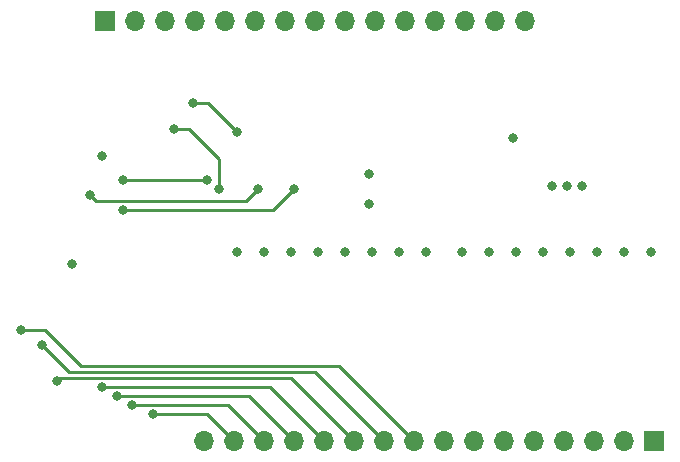
<source format=gbr>
%TF.GenerationSoftware,KiCad,Pcbnew,(6.0.0-0)*%
%TF.CreationDate,2022-08-18T21:47:30-04:00*%
%TF.ProjectId,CPU-Microcode-EEPROMs,4350552d-4d69-4637-926f-636f64652d45,rev?*%
%TF.SameCoordinates,Original*%
%TF.FileFunction,Copper,L4,Bot*%
%TF.FilePolarity,Positive*%
%FSLAX46Y46*%
G04 Gerber Fmt 4.6, Leading zero omitted, Abs format (unit mm)*
G04 Created by KiCad (PCBNEW (6.0.0-0)) date 2022-08-18 21:47:30*
%MOMM*%
%LPD*%
G01*
G04 APERTURE LIST*
%TA.AperFunction,ComponentPad*%
%ADD10R,1.700000X1.700000*%
%TD*%
%TA.AperFunction,ComponentPad*%
%ADD11O,1.700000X1.700000*%
%TD*%
%TA.AperFunction,ViaPad*%
%ADD12C,0.800000*%
%TD*%
%TA.AperFunction,Conductor*%
%ADD13C,0.250000*%
%TD*%
G04 APERTURE END LIST*
D10*
%TO.P,J2,1,Pin_1*%
%TO.N,~{DECODE_CONTROL_0}*%
X115570000Y-112776000D03*
D11*
%TO.P,J2,2,Pin_2*%
%TO.N,~{DECODE_CONTROL_1}*%
X113030000Y-112776000D03*
%TO.P,J2,3,Pin_3*%
%TO.N,~{DECODE_CONTROL_2}*%
X110490000Y-112776000D03*
%TO.P,J2,4,Pin_4*%
%TO.N,~{DECODE_CONTROL_3}*%
X107950000Y-112776000D03*
%TO.P,J2,5,Pin_5*%
%TO.N,~{DECODE_CONTROL_4}*%
X105410000Y-112776000D03*
%TO.P,J2,6,Pin_6*%
%TO.N,~{DECODE_CONTROL_5}*%
X102870000Y-112776000D03*
%TO.P,J2,7,Pin_7*%
%TO.N,~{DECODE_CONTROL_6}*%
X100330000Y-112776000D03*
%TO.P,J2,8,Pin_8*%
%TO.N,~{DECODE_CONTROL_7}*%
X97790000Y-112776000D03*
%TO.P,J2,9,Pin_9*%
%TO.N,\u03BC0*%
X95250000Y-112776000D03*
%TO.P,J2,10,Pin_10*%
%TO.N,\u03BC1*%
X92710000Y-112776000D03*
%TO.P,J2,11,Pin_11*%
%TO.N,\u03BC2*%
X90170000Y-112776000D03*
%TO.P,J2,12,Pin_12*%
%TO.N,\u03BC3*%
X87630000Y-112776000D03*
%TO.P,J2,13,Pin_13*%
%TO.N,\u03BC4*%
X85090000Y-112776000D03*
%TO.P,J2,14,Pin_14*%
%TO.N,\u03BC5*%
X82550000Y-112776000D03*
%TO.P,J2,15,Pin_15*%
%TO.N,\u03BC6*%
X80010000Y-112776000D03*
%TO.P,J2,16,Pin_16*%
%TO.N,\u03BC7*%
X77470000Y-112776000D03*
%TD*%
D10*
%TO.P,J1,1,Pin_1*%
%TO.N,VCC*%
X69088000Y-77216000D03*
D11*
%TO.P,J1,2,Pin_2*%
%TO.N,GND*%
X71628000Y-77216000D03*
%TO.P,J1,3,Pin_3*%
%TO.N,STEP0*%
X74168000Y-77216000D03*
%TO.P,J1,4,Pin_4*%
%TO.N,STEP1*%
X76708000Y-77216000D03*
%TO.P,J1,5,Pin_5*%
%TO.N,STEP2*%
X79248000Y-77216000D03*
%TO.P,J1,6,Pin_6*%
%TO.N,STEP3*%
X81788000Y-77216000D03*
%TO.P,J1,7,Pin_7*%
%TO.N,STEP4*%
X84328000Y-77216000D03*
%TO.P,J1,8,Pin_8*%
%TO.N,INSTRUCTION0*%
X86868000Y-77216000D03*
%TO.P,J1,9,Pin_9*%
%TO.N,INSTRUCTION1*%
X89408000Y-77216000D03*
%TO.P,J1,10,Pin_10*%
%TO.N,INSTRUCTION2*%
X91948000Y-77216000D03*
%TO.P,J1,11,Pin_11*%
%TO.N,INSTRUCTION3*%
X94488000Y-77216000D03*
%TO.P,J1,12,Pin_12*%
%TO.N,INSTRUCTION4*%
X97028000Y-77216000D03*
%TO.P,J1,13,Pin_13*%
%TO.N,INSTRUCTION5*%
X99568000Y-77216000D03*
%TO.P,J1,14,Pin_14*%
%TO.N,INSTRUCTION6*%
X102108000Y-77216000D03*
%TO.P,J1,15,Pin_15*%
%TO.N,INSTRUCTION7*%
X104648000Y-77216000D03*
%TD*%
D12*
%TO.N,GND*%
X109474000Y-91186000D03*
X106934000Y-91186000D03*
%TO.N,VCC*%
X108204000Y-91186000D03*
X103632000Y-87122000D03*
%TO.N,GND*%
X115311701Y-96778299D03*
X110744000Y-96774007D03*
X101600000Y-96774000D03*
X87122000Y-96774000D03*
X80264000Y-96774000D03*
X99314000Y-96774000D03*
X91440000Y-92710000D03*
X108458000Y-96774000D03*
X82550000Y-96774000D03*
X66294000Y-97790000D03*
X103886000Y-96774000D03*
X91694000Y-96774000D03*
X84836000Y-96774000D03*
X93980000Y-96774000D03*
X96266000Y-96774000D03*
X89408000Y-96774000D03*
X106172000Y-96774000D03*
X113030000Y-96774000D03*
%TO.N,VCC*%
X68834000Y-88646000D03*
X91440000Y-90170000D03*
%TO.N,~{OE}*%
X85090000Y-91440000D03*
X70612000Y-93218000D03*
%TO.N,A13*%
X74930000Y-86360000D03*
X78740000Y-91440000D03*
%TO.N,A14*%
X82042000Y-91440000D03*
X67818000Y-91948000D03*
%TO.N,INSTRUCTION7*%
X80264000Y-86614000D03*
X76517666Y-84135073D03*
%TO.N,INSTRUCTION6*%
X70612000Y-90678000D03*
X77724000Y-90678000D03*
%TO.N,\u03BC5*%
X71374000Y-109728000D03*
%TO.N,\u03BC4*%
X70104000Y-108966000D03*
%TO.N,\u03BC6*%
X73152000Y-110490000D03*
%TO.N,\u03BC0*%
X61976000Y-103378000D03*
%TO.N,\u03BC1*%
X63754000Y-104648000D03*
%TO.N,\u03BC2*%
X65024000Y-107696000D03*
%TO.N,\u03BC3*%
X68834000Y-108204000D03*
%TD*%
D13*
%TO.N,INSTRUCTION7*%
X77785073Y-84135073D02*
X76517666Y-84135073D01*
X80264000Y-86614000D02*
X77785073Y-84135073D01*
%TO.N,~{OE}*%
X70612000Y-93218000D02*
X83312000Y-93218000D01*
X83312000Y-93218000D02*
X85090000Y-91440000D01*
%TO.N,A13*%
X78740000Y-88900000D02*
X78740000Y-91440000D01*
X78486000Y-88646000D02*
X78740000Y-88900000D01*
X74930000Y-86360000D02*
X76200000Y-86360000D01*
X76200000Y-86360000D02*
X78486000Y-88646000D01*
%TO.N,A14*%
X68326000Y-92456000D02*
X81026000Y-92456000D01*
X67818000Y-91948000D02*
X68326000Y-92456000D01*
X81026000Y-92456000D02*
X82042000Y-91440000D01*
%TO.N,INSTRUCTION6*%
X77724000Y-90678000D02*
X70612000Y-90678000D01*
%TO.N,\u03BC5*%
X79502000Y-109728000D02*
X82550000Y-112776000D01*
X71374000Y-109728000D02*
X79502000Y-109728000D01*
%TO.N,\u03BC4*%
X70104000Y-108966000D02*
X81280000Y-108966000D01*
X81280000Y-108966000D02*
X85090000Y-112776000D01*
%TO.N,\u03BC6*%
X77724000Y-110490000D02*
X80010000Y-112776000D01*
X73152000Y-110490000D02*
X77724000Y-110490000D01*
%TO.N,\u03BC0*%
X64008000Y-103378000D02*
X67056000Y-106426000D01*
X61976000Y-103378000D02*
X64008000Y-103378000D01*
X88900000Y-106426000D02*
X95250000Y-112776000D01*
X67056000Y-106426000D02*
X88900000Y-106426000D01*
%TO.N,\u03BC1*%
X66040000Y-106934000D02*
X86868000Y-106934000D01*
X63754000Y-104648000D02*
X66040000Y-106934000D01*
X86868000Y-106934000D02*
X92710000Y-112776000D01*
%TO.N,\u03BC2*%
X65240501Y-107479499D02*
X65024000Y-107696000D01*
X84873499Y-107479499D02*
X65240501Y-107479499D01*
X90170000Y-112776000D02*
X84873499Y-107479499D01*
%TO.N,\u03BC3*%
X87630000Y-112776000D02*
X83058000Y-108204000D01*
X83058000Y-108204000D02*
X68834000Y-108204000D01*
%TD*%
M02*

</source>
